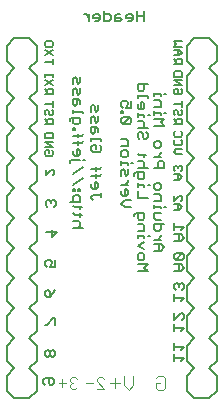
<source format=gbr>
G04 EAGLE Gerber RS-274X export*
G75*
%MOMM*%
%FSLAX34Y34*%
%LPD*%
%INSilkscreen Bottom*%
%IPPOS*%
%AMOC8*
5,1,8,0,0,1.08239X$1,22.5*%
G01*
%ADD10C,0.152400*%
%ADD11C,0.076200*%
%ADD12C,0.127000*%
%ADD13C,0.101600*%
%ADD14C,0.203200*%


D10*
X290068Y162764D02*
X295830Y162764D01*
X298711Y165646D01*
X295830Y168527D01*
X290068Y168527D01*
X294390Y168527D02*
X294390Y162764D01*
X295830Y172120D02*
X290068Y172120D01*
X292949Y172120D02*
X295830Y175001D01*
X295830Y176441D01*
X298711Y185678D02*
X290068Y185678D01*
X290068Y181356D01*
X291509Y179916D01*
X294390Y179916D01*
X295830Y181356D01*
X295830Y185678D01*
X295830Y189271D02*
X291509Y189271D01*
X290068Y190711D01*
X290068Y195033D01*
X295830Y195033D01*
X295830Y198626D02*
X295830Y200067D01*
X290068Y200067D01*
X290068Y201507D02*
X290068Y198626D01*
X298711Y200067D02*
X300152Y200067D01*
X295830Y204863D02*
X290068Y204863D01*
X295830Y204863D02*
X295830Y209184D01*
X294390Y210625D01*
X290068Y210625D01*
X290068Y215659D02*
X290068Y218540D01*
X291509Y219980D01*
X294390Y219980D01*
X295830Y218540D01*
X295830Y215659D01*
X294390Y214218D01*
X291509Y214218D01*
X290068Y215659D01*
X290068Y232928D02*
X298711Y232928D01*
X298711Y237250D01*
X297271Y238691D01*
X294390Y238691D01*
X292949Y237250D01*
X292949Y232928D01*
X290068Y242284D02*
X295830Y242284D01*
X292949Y242284D02*
X295830Y245165D01*
X295830Y246605D01*
X290068Y251520D02*
X290068Y254401D01*
X291509Y255842D01*
X294390Y255842D01*
X295830Y254401D01*
X295830Y251520D01*
X294390Y250080D01*
X291509Y250080D01*
X290068Y251520D01*
X290068Y268790D02*
X298711Y268790D01*
X295830Y271671D01*
X298711Y274552D01*
X290068Y274552D01*
X295830Y278145D02*
X295830Y279586D01*
X290068Y279586D01*
X290068Y281026D02*
X290068Y278145D01*
X298711Y279586D02*
X300152Y279586D01*
X295830Y284382D02*
X290068Y284382D01*
X295830Y284382D02*
X295830Y288704D01*
X294390Y290144D01*
X290068Y290144D01*
X295830Y293737D02*
X295830Y295178D01*
X290068Y295178D01*
X290068Y296618D02*
X290068Y293737D01*
X298711Y295178D02*
X300152Y295178D01*
X284741Y145437D02*
X276098Y145437D01*
X281860Y148318D02*
X284741Y145437D01*
X281860Y148318D02*
X284741Y151200D01*
X276098Y151200D01*
X276098Y156233D02*
X276098Y159114D01*
X277539Y160555D01*
X280420Y160555D01*
X281860Y159114D01*
X281860Y156233D01*
X280420Y154792D01*
X277539Y154792D01*
X276098Y156233D01*
X281860Y164148D02*
X276098Y167029D01*
X281860Y169910D01*
X281860Y173503D02*
X281860Y174943D01*
X276098Y174943D01*
X276098Y173503D02*
X276098Y176384D01*
X284741Y174943D02*
X286182Y174943D01*
X281860Y179740D02*
X276098Y179740D01*
X281860Y179740D02*
X281860Y184061D01*
X280420Y185502D01*
X276098Y185502D01*
X273217Y191976D02*
X273217Y193417D01*
X274657Y194857D01*
X281860Y194857D01*
X281860Y190535D01*
X280420Y189095D01*
X277539Y189095D01*
X276098Y190535D01*
X276098Y194857D01*
X276098Y207805D02*
X284741Y207805D01*
X276098Y207805D02*
X276098Y213567D01*
X281860Y217160D02*
X281860Y218601D01*
X276098Y218601D01*
X276098Y217160D02*
X276098Y220042D01*
X284741Y218601D02*
X286182Y218601D01*
X273217Y226278D02*
X273217Y227719D01*
X274657Y229159D01*
X281860Y229159D01*
X281860Y224838D01*
X280420Y223397D01*
X277539Y223397D01*
X276098Y224838D01*
X276098Y229159D01*
X276098Y232752D02*
X284741Y232752D01*
X281860Y234193D02*
X280420Y232752D01*
X281860Y234193D02*
X281860Y237074D01*
X280420Y238515D01*
X276098Y238515D01*
X277539Y243548D02*
X283301Y243548D01*
X277539Y243548D02*
X276098Y244989D01*
X281860Y244989D02*
X281860Y242108D01*
X284741Y262021D02*
X283301Y263462D01*
X284741Y262021D02*
X284741Y259140D01*
X283301Y257700D01*
X281860Y257700D01*
X280420Y259140D01*
X280420Y262021D01*
X278979Y263462D01*
X277539Y263462D01*
X276098Y262021D01*
X276098Y259140D01*
X277539Y257700D01*
X276098Y267055D02*
X284741Y267055D01*
X281860Y268495D02*
X280420Y267055D01*
X281860Y268495D02*
X281860Y271376D01*
X280420Y272817D01*
X276098Y272817D01*
X281860Y276410D02*
X281860Y277850D01*
X276098Y277850D01*
X276098Y276410D02*
X276098Y279291D01*
X284741Y277850D02*
X286182Y277850D01*
X276098Y284087D02*
X276098Y286968D01*
X276098Y284087D02*
X277539Y282647D01*
X280420Y282647D01*
X281860Y284087D01*
X281860Y286968D01*
X280420Y288409D01*
X278979Y288409D01*
X278979Y282647D01*
X284741Y292002D02*
X284741Y293442D01*
X276098Y293442D01*
X276098Y292002D02*
X276098Y294883D01*
X276098Y304001D02*
X284741Y304001D01*
X276098Y304001D02*
X276098Y299679D01*
X277539Y298239D01*
X280420Y298239D01*
X281860Y299679D01*
X281860Y304001D01*
X270771Y199858D02*
X265009Y199858D01*
X262128Y202739D01*
X265009Y205620D01*
X270771Y205620D01*
X262128Y210654D02*
X262128Y213535D01*
X262128Y210654D02*
X263569Y209213D01*
X266450Y209213D01*
X267890Y210654D01*
X267890Y213535D01*
X266450Y214975D01*
X265009Y214975D01*
X265009Y209213D01*
X262128Y218568D02*
X267890Y218568D01*
X265009Y218568D02*
X267890Y221450D01*
X267890Y222890D01*
X262128Y226364D02*
X262128Y230686D01*
X263569Y232127D01*
X265009Y230686D01*
X265009Y227805D01*
X266450Y226364D01*
X267890Y227805D01*
X267890Y232127D01*
X267890Y235720D02*
X267890Y237160D01*
X262128Y237160D01*
X262128Y235720D02*
X262128Y238601D01*
X270771Y237160D02*
X272212Y237160D01*
X262128Y243397D02*
X262128Y246278D01*
X263569Y247719D01*
X266450Y247719D01*
X267890Y246278D01*
X267890Y243397D01*
X266450Y241956D01*
X263569Y241956D01*
X262128Y243397D01*
X262128Y251312D02*
X267890Y251312D01*
X267890Y255633D01*
X266450Y257074D01*
X262128Y257074D01*
X263569Y270022D02*
X269331Y270022D01*
X270771Y271462D01*
X270771Y274344D01*
X269331Y275784D01*
X263569Y275784D01*
X262128Y274344D01*
X262128Y271462D01*
X263569Y270022D01*
X269331Y275784D01*
X263569Y279377D02*
X262128Y279377D01*
X263569Y279377D02*
X263569Y280818D01*
X262128Y280818D01*
X262128Y279377D01*
X270771Y284055D02*
X270771Y289817D01*
X270771Y284055D02*
X266450Y284055D01*
X267890Y286936D01*
X267890Y288376D01*
X266450Y289817D01*
X263569Y289817D01*
X262128Y288376D01*
X262128Y285495D01*
X263569Y284055D01*
X236728Y207246D02*
X238169Y205806D01*
X236728Y207246D02*
X236728Y208687D01*
X238169Y210127D01*
X245371Y210127D01*
X245371Y208687D02*
X245371Y211568D01*
X236728Y216601D02*
X236728Y219482D01*
X236728Y216601D02*
X238169Y215161D01*
X241050Y215161D01*
X242490Y216601D01*
X242490Y219482D01*
X241050Y220923D01*
X239609Y220923D01*
X239609Y215161D01*
X236728Y225957D02*
X243931Y225957D01*
X245371Y227397D01*
X241050Y227397D02*
X241050Y224516D01*
X243931Y232193D02*
X236728Y232193D01*
X243931Y232193D02*
X245371Y233634D01*
X241050Y233634D02*
X241050Y230753D01*
X245371Y250666D02*
X243931Y252107D01*
X245371Y250666D02*
X245371Y247785D01*
X243931Y246345D01*
X238169Y246345D01*
X236728Y247785D01*
X236728Y250666D01*
X238169Y252107D01*
X241050Y252107D01*
X241050Y249226D01*
X245371Y255700D02*
X245371Y257140D01*
X236728Y257140D01*
X236728Y255700D02*
X236728Y258581D01*
X242490Y263377D02*
X242490Y266258D01*
X241050Y267699D01*
X236728Y267699D01*
X236728Y263377D01*
X238169Y261937D01*
X239609Y263377D01*
X239609Y267699D01*
X236728Y271292D02*
X236728Y275614D01*
X238169Y277054D01*
X239609Y275614D01*
X239609Y272732D01*
X241050Y271292D01*
X242490Y272732D01*
X242490Y277054D01*
X236728Y280647D02*
X236728Y284969D01*
X238169Y286409D01*
X239609Y284969D01*
X239609Y282088D01*
X241050Y280647D01*
X242490Y282088D01*
X242490Y286409D01*
X230131Y182418D02*
X221488Y182418D01*
X225810Y182418D02*
X227250Y183858D01*
X227250Y186739D01*
X225810Y188180D01*
X221488Y188180D01*
X222929Y193213D02*
X228691Y193213D01*
X222929Y193213D02*
X221488Y194654D01*
X227250Y194654D02*
X227250Y191773D01*
X228691Y199450D02*
X222929Y199450D01*
X221488Y200891D01*
X227250Y200891D02*
X227250Y198010D01*
X227250Y204246D02*
X218607Y204246D01*
X227250Y204246D02*
X227250Y208568D01*
X225810Y210009D01*
X222929Y210009D01*
X221488Y208568D01*
X221488Y204246D01*
X227250Y213602D02*
X227250Y215042D01*
X225810Y215042D01*
X225810Y213602D01*
X227250Y213602D01*
X222929Y213602D02*
X222929Y215042D01*
X221488Y215042D01*
X221488Y213602D01*
X222929Y213602D01*
X221488Y218279D02*
X230131Y224041D01*
X230131Y233397D02*
X221488Y227634D01*
X218607Y236990D02*
X218607Y238430D01*
X220047Y239871D01*
X227250Y239871D01*
X230131Y239871D02*
X231572Y239871D01*
X221488Y244667D02*
X221488Y247548D01*
X221488Y244667D02*
X222929Y243226D01*
X225810Y243226D01*
X227250Y244667D01*
X227250Y247548D01*
X225810Y248989D01*
X224369Y248989D01*
X224369Y243226D01*
X221488Y254022D02*
X228691Y254022D01*
X230131Y255463D01*
X225810Y255463D02*
X225810Y252582D01*
X228691Y260259D02*
X221488Y260259D01*
X228691Y260259D02*
X230131Y261699D01*
X225810Y261699D02*
X225810Y258818D01*
X222929Y265055D02*
X221488Y265055D01*
X222929Y265055D02*
X222929Y266496D01*
X221488Y266496D01*
X221488Y265055D01*
X218607Y272614D02*
X218607Y274054D01*
X220047Y275495D01*
X227250Y275495D01*
X227250Y271173D01*
X225810Y269733D01*
X222929Y269733D01*
X221488Y271173D01*
X221488Y275495D01*
X230131Y279088D02*
X230131Y280528D01*
X221488Y280528D01*
X221488Y279088D02*
X221488Y281969D01*
X227250Y286765D02*
X227250Y289646D01*
X225810Y291087D01*
X221488Y291087D01*
X221488Y286765D01*
X222929Y285325D01*
X224369Y286765D01*
X224369Y291087D01*
X221488Y294680D02*
X221488Y299002D01*
X222929Y300442D01*
X224369Y299002D01*
X224369Y296120D01*
X225810Y294680D01*
X227250Y296120D01*
X227250Y300442D01*
X221488Y304035D02*
X221488Y308357D01*
X222929Y309797D01*
X224369Y308357D01*
X224369Y305476D01*
X225810Y304035D01*
X227250Y305476D01*
X227250Y309797D01*
X281648Y357378D02*
X281648Y366021D01*
X281648Y361700D02*
X275886Y361700D01*
X275886Y366021D02*
X275886Y357378D01*
X270852Y357378D02*
X267971Y357378D01*
X270852Y357378D02*
X272293Y358819D01*
X272293Y361700D01*
X270852Y363140D01*
X267971Y363140D01*
X266531Y361700D01*
X266531Y360259D01*
X272293Y360259D01*
X261497Y363140D02*
X258616Y363140D01*
X257175Y361700D01*
X257175Y357378D01*
X261497Y357378D01*
X262938Y358819D01*
X261497Y360259D01*
X257175Y360259D01*
X247820Y357378D02*
X247820Y366021D01*
X247820Y357378D02*
X252142Y357378D01*
X253582Y358819D01*
X253582Y361700D01*
X252142Y363140D01*
X247820Y363140D01*
X242787Y357378D02*
X239906Y357378D01*
X242787Y357378D02*
X244227Y358819D01*
X244227Y361700D01*
X242787Y363140D01*
X239906Y363140D01*
X238465Y361700D01*
X238465Y360259D01*
X244227Y360259D01*
X234872Y357378D02*
X234872Y363140D01*
X234872Y360259D02*
X231991Y363140D01*
X230550Y363140D01*
D11*
X241464Y46101D02*
X247734Y46101D01*
X241464Y52372D01*
X241464Y53939D01*
X243031Y55507D01*
X246167Y55507D01*
X247734Y53939D01*
X238379Y50804D02*
X232108Y50804D01*
X224874Y53939D02*
X223307Y55507D01*
X220171Y55507D01*
X218604Y53939D01*
X218604Y52372D01*
X220171Y50804D01*
X221739Y50804D01*
X220171Y50804D02*
X218604Y49236D01*
X218604Y47669D01*
X220171Y46101D01*
X223307Y46101D01*
X224874Y47669D01*
X215519Y50804D02*
X209248Y50804D01*
X212384Y53939D02*
X212384Y47669D01*
D12*
X204349Y322963D02*
X197485Y322963D01*
X204349Y320675D02*
X204349Y325251D01*
X204349Y328159D02*
X197485Y332735D01*
X197485Y328159D02*
X204349Y332735D01*
X204349Y336787D02*
X204349Y339075D01*
X204349Y336787D02*
X203205Y335643D01*
X198629Y335643D01*
X197485Y336787D01*
X197485Y339075D01*
X198629Y340219D01*
X203205Y340219D01*
X204349Y339075D01*
X204349Y295275D02*
X197485Y295275D01*
X204349Y295275D02*
X204349Y298707D01*
X203205Y299851D01*
X200917Y299851D01*
X199773Y298707D01*
X199773Y295275D01*
X199773Y297563D02*
X197485Y299851D01*
X204349Y302759D02*
X197485Y307335D01*
X197485Y302759D02*
X204349Y307335D01*
X197485Y310243D02*
X197485Y312531D01*
X197485Y311387D02*
X204349Y311387D01*
X204349Y310243D02*
X204349Y312531D01*
X204349Y269875D02*
X197485Y269875D01*
X204349Y269875D02*
X204349Y273307D01*
X203205Y274451D01*
X200917Y274451D01*
X199773Y273307D01*
X199773Y269875D01*
X199773Y272163D02*
X197485Y274451D01*
X204349Y280791D02*
X203205Y281935D01*
X204349Y280791D02*
X204349Y278503D01*
X203205Y277359D01*
X202061Y277359D01*
X200917Y278503D01*
X200917Y280791D01*
X199773Y281935D01*
X198629Y281935D01*
X197485Y280791D01*
X197485Y278503D01*
X198629Y277359D01*
X197485Y287131D02*
X204349Y287131D01*
X204349Y284843D02*
X204349Y289419D01*
X203205Y247781D02*
X204349Y246637D01*
X204349Y244349D01*
X203205Y243205D01*
X198629Y243205D01*
X197485Y244349D01*
X197485Y246637D01*
X198629Y247781D01*
X200917Y247781D01*
X200917Y245493D01*
X197485Y250689D02*
X204349Y250689D01*
X197485Y255265D01*
X204349Y255265D01*
X204349Y258173D02*
X197485Y258173D01*
X197485Y261605D01*
X198629Y262749D01*
X203205Y262749D01*
X204349Y261605D01*
X204349Y258173D01*
X198501Y231271D02*
X198501Y226695D01*
X203077Y231271D01*
X204221Y231271D01*
X205365Y230127D01*
X205365Y227839D01*
X204221Y226695D01*
D10*
X206763Y201593D02*
X205323Y200152D01*
X206763Y201593D02*
X206763Y204474D01*
X205323Y205914D01*
X203882Y205914D01*
X202442Y204474D01*
X202442Y203033D01*
X202442Y204474D02*
X201001Y205914D01*
X199561Y205914D01*
X198120Y204474D01*
X198120Y201593D01*
X199561Y200152D01*
X198882Y179074D02*
X207525Y179074D01*
X203204Y174752D01*
X203204Y180514D01*
X206255Y155114D02*
X206255Y149352D01*
X201934Y149352D01*
X203374Y152233D01*
X203374Y153674D01*
X201934Y155114D01*
X199053Y155114D01*
X197612Y153674D01*
X197612Y150793D01*
X199053Y149352D01*
X206255Y129714D02*
X204815Y126833D01*
X201934Y123952D01*
X199053Y123952D01*
X197612Y125393D01*
X197612Y128274D01*
X199053Y129714D01*
X200493Y129714D01*
X201934Y128274D01*
X201934Y123952D01*
X206255Y105584D02*
X206255Y99822D01*
X206255Y105584D02*
X204815Y105584D01*
X199053Y99822D01*
X197612Y99822D01*
X206255Y74593D02*
X204815Y73152D01*
X206255Y74593D02*
X206255Y77474D01*
X204815Y78914D01*
X203374Y78914D01*
X201934Y77474D01*
X200493Y78914D01*
X199053Y78914D01*
X197612Y77474D01*
X197612Y74593D01*
X199053Y73152D01*
X200493Y73152D01*
X201934Y74593D01*
X203374Y73152D01*
X204815Y73152D01*
X201934Y74593D02*
X201934Y77474D01*
X196342Y50463D02*
X197783Y49022D01*
X196342Y50463D02*
X196342Y53344D01*
X197783Y54784D01*
X203545Y54784D01*
X204985Y53344D01*
X204985Y50463D01*
X203545Y49022D01*
X202104Y49022D01*
X200664Y50463D01*
X200664Y54784D01*
D12*
X306705Y320675D02*
X313569Y320675D01*
X313569Y324107D01*
X312425Y325251D01*
X310137Y325251D01*
X308993Y324107D01*
X308993Y320675D01*
X308993Y322963D02*
X306705Y325251D01*
X306705Y328159D02*
X311281Y328159D01*
X313569Y330447D01*
X311281Y332735D01*
X306705Y332735D01*
X310137Y332735D02*
X310137Y328159D01*
X313569Y335643D02*
X306705Y335643D01*
X308993Y337931D01*
X306705Y340219D01*
X313569Y340219D01*
X312425Y299851D02*
X313569Y298707D01*
X313569Y296419D01*
X312425Y295275D01*
X307849Y295275D01*
X306705Y296419D01*
X306705Y298707D01*
X307849Y299851D01*
X310137Y299851D01*
X310137Y297563D01*
X306705Y302759D02*
X313569Y302759D01*
X306705Y307335D01*
X313569Y307335D01*
X313569Y310243D02*
X306705Y310243D01*
X306705Y313675D01*
X307849Y314819D01*
X312425Y314819D01*
X313569Y313675D01*
X313569Y310243D01*
X313569Y269875D02*
X306705Y269875D01*
X313569Y269875D02*
X313569Y273307D01*
X312425Y274451D01*
X310137Y274451D01*
X308993Y273307D01*
X308993Y269875D01*
X308993Y272163D02*
X306705Y274451D01*
X313569Y280791D02*
X312425Y281935D01*
X313569Y280791D02*
X313569Y278503D01*
X312425Y277359D01*
X311281Y277359D01*
X310137Y278503D01*
X310137Y280791D01*
X308993Y281935D01*
X307849Y281935D01*
X306705Y280791D01*
X306705Y278503D01*
X307849Y277359D01*
X306705Y287131D02*
X313569Y287131D01*
X313569Y284843D02*
X313569Y289419D01*
X313569Y244475D02*
X308993Y244475D01*
X306705Y246763D01*
X308993Y249051D01*
X313569Y249051D01*
X313569Y255391D02*
X312425Y256535D01*
X313569Y255391D02*
X313569Y253103D01*
X312425Y251959D01*
X307849Y251959D01*
X306705Y253103D01*
X306705Y255391D01*
X307849Y256535D01*
X313569Y262875D02*
X312425Y264019D01*
X313569Y262875D02*
X313569Y260587D01*
X312425Y259443D01*
X307849Y259443D01*
X306705Y260587D01*
X306705Y262875D01*
X307849Y264019D01*
X306705Y222885D02*
X311281Y222885D01*
X313569Y225173D01*
X311281Y227461D01*
X306705Y227461D01*
X310137Y227461D02*
X310137Y222885D01*
X312425Y230369D02*
X313569Y231513D01*
X313569Y233801D01*
X312425Y234945D01*
X311281Y234945D01*
X310137Y233801D01*
X310137Y232657D01*
X310137Y233801D02*
X308993Y234945D01*
X307849Y234945D01*
X306705Y233801D01*
X306705Y231513D01*
X307849Y230369D01*
X306705Y197485D02*
X311281Y197485D01*
X313569Y199773D01*
X311281Y202061D01*
X306705Y202061D01*
X310137Y202061D02*
X310137Y197485D01*
X306705Y204969D02*
X306705Y209545D01*
X306705Y204969D02*
X311281Y209545D01*
X312425Y209545D01*
X313569Y208401D01*
X313569Y206113D01*
X312425Y204969D01*
D10*
X312594Y170942D02*
X306832Y170942D01*
X312594Y170942D02*
X315475Y173823D01*
X312594Y176704D01*
X306832Y176704D01*
X311154Y176704D02*
X311154Y170942D01*
X312594Y180297D02*
X315475Y183178D01*
X306832Y183178D01*
X306832Y180297D02*
X306832Y186059D01*
X306832Y145542D02*
X312594Y145542D01*
X315475Y148423D01*
X312594Y151304D01*
X306832Y151304D01*
X311154Y151304D02*
X311154Y145542D01*
X308273Y154897D02*
X314035Y154897D01*
X315475Y156338D01*
X315475Y159219D01*
X314035Y160659D01*
X308273Y160659D01*
X306832Y159219D01*
X306832Y156338D01*
X308273Y154897D01*
X314035Y160659D01*
X315475Y123023D02*
X312594Y120142D01*
X315475Y123023D02*
X306832Y123023D01*
X306832Y120142D02*
X306832Y125904D01*
X314035Y129497D02*
X315475Y130938D01*
X315475Y133819D01*
X314035Y135259D01*
X312594Y135259D01*
X311154Y133819D01*
X311154Y132378D01*
X311154Y133819D02*
X309713Y135259D01*
X308273Y135259D01*
X306832Y133819D01*
X306832Y130938D01*
X308273Y129497D01*
X315475Y97623D02*
X312594Y94742D01*
X315475Y97623D02*
X306832Y97623D01*
X306832Y94742D02*
X306832Y100504D01*
X306832Y104097D02*
X306832Y109859D01*
X306832Y104097D02*
X312594Y109859D01*
X314035Y109859D01*
X315475Y108419D01*
X315475Y105538D01*
X314035Y104097D01*
X315475Y72223D02*
X312594Y69342D01*
X315475Y72223D02*
X306832Y72223D01*
X306832Y69342D02*
X306832Y75104D01*
X312594Y78697D02*
X315475Y81578D01*
X306832Y81578D01*
X306832Y78697D02*
X306832Y84459D01*
D13*
X272542Y56652D02*
X272542Y48856D01*
X268644Y44958D01*
X264746Y48856D01*
X264746Y56652D01*
X260848Y50805D02*
X253052Y50805D01*
X256950Y54703D02*
X256950Y46907D01*
X291416Y54703D02*
X293365Y56652D01*
X297263Y56652D01*
X299212Y54703D01*
X299212Y46907D01*
X297263Y44958D01*
X293365Y44958D01*
X291416Y46907D01*
X291416Y50805D01*
X295314Y50805D01*
D14*
X317500Y171450D02*
X317500Y184150D01*
X317500Y171450D02*
X323850Y165100D01*
X336550Y165100D02*
X342900Y171450D01*
X317500Y209550D02*
X323850Y215900D01*
X317500Y209550D02*
X317500Y196850D01*
X323850Y190500D01*
X336550Y190500D02*
X342900Y196850D01*
X342900Y209550D01*
X336550Y215900D01*
X323850Y190500D02*
X317500Y184150D01*
X336550Y190500D02*
X342900Y184150D01*
X342900Y171450D01*
X317500Y247650D02*
X317500Y260350D01*
X317500Y247650D02*
X323850Y241300D01*
X336550Y241300D02*
X342900Y247650D01*
X323850Y241300D02*
X317500Y234950D01*
X317500Y222250D01*
X323850Y215900D01*
X336550Y215900D02*
X342900Y222250D01*
X342900Y234950D01*
X336550Y241300D01*
X317500Y285750D02*
X323850Y292100D01*
X317500Y285750D02*
X317500Y273050D01*
X323850Y266700D01*
X336550Y266700D02*
X342900Y273050D01*
X342900Y285750D01*
X336550Y292100D01*
X323850Y266700D02*
X317500Y260350D01*
X336550Y266700D02*
X342900Y260350D01*
X342900Y247650D01*
X317500Y323850D02*
X317500Y336550D01*
X317500Y323850D02*
X323850Y317500D01*
X336550Y317500D02*
X342900Y323850D01*
X323850Y317500D02*
X317500Y311150D01*
X317500Y298450D01*
X323850Y292100D01*
X336550Y292100D02*
X342900Y298450D01*
X342900Y311150D01*
X336550Y317500D01*
X336550Y342900D02*
X323850Y342900D01*
X317500Y336550D01*
X336550Y342900D02*
X342900Y336550D01*
X342900Y323850D01*
X317500Y158750D02*
X317500Y146050D01*
X323850Y139700D01*
X336550Y139700D02*
X342900Y146050D01*
X323850Y165100D02*
X317500Y158750D01*
X336550Y165100D02*
X342900Y158750D01*
X342900Y146050D01*
X317500Y133350D02*
X317500Y120650D01*
X323850Y114300D01*
X336550Y114300D02*
X342900Y120650D01*
X323850Y139700D02*
X317500Y133350D01*
X336550Y139700D02*
X342900Y133350D01*
X342900Y120650D01*
X317500Y107950D02*
X317500Y95250D01*
X323850Y88900D01*
X336550Y88900D02*
X342900Y95250D01*
X323850Y114300D02*
X317500Y107950D01*
X336550Y114300D02*
X342900Y107950D01*
X342900Y95250D01*
X317500Y82550D02*
X317500Y69850D01*
X323850Y63500D01*
X336550Y63500D02*
X342900Y69850D01*
X323850Y88900D02*
X317500Y82550D01*
X336550Y88900D02*
X342900Y82550D01*
X342900Y69850D01*
X317500Y57150D02*
X317500Y44450D01*
X323850Y38100D01*
X336550Y38100D01*
X342900Y44450D01*
X323850Y63500D02*
X317500Y57150D01*
X336550Y63500D02*
X342900Y57150D01*
X342900Y44450D01*
X190500Y196850D02*
X190500Y209550D01*
X184150Y215900D01*
X171450Y215900D02*
X165100Y209550D01*
X190500Y171450D02*
X184150Y165100D01*
X190500Y171450D02*
X190500Y184150D01*
X184150Y190500D01*
X171450Y190500D02*
X165100Y184150D01*
X165100Y171450D01*
X171450Y165100D01*
X184150Y190500D02*
X190500Y196850D01*
X171450Y190500D02*
X165100Y196850D01*
X165100Y209550D01*
X190500Y133350D02*
X190500Y120650D01*
X190500Y133350D02*
X184150Y139700D01*
X171450Y139700D02*
X165100Y133350D01*
X184150Y139700D02*
X190500Y146050D01*
X190500Y158750D01*
X184150Y165100D01*
X171450Y165100D02*
X165100Y158750D01*
X165100Y146050D01*
X171450Y139700D01*
X190500Y95250D02*
X184150Y88900D01*
X190500Y95250D02*
X190500Y107950D01*
X184150Y114300D01*
X171450Y114300D02*
X165100Y107950D01*
X165100Y95250D01*
X171450Y88900D01*
X184150Y114300D02*
X190500Y120650D01*
X171450Y114300D02*
X165100Y120650D01*
X165100Y133350D01*
X190500Y57150D02*
X190500Y44450D01*
X190500Y57150D02*
X184150Y63500D01*
X171450Y63500D02*
X165100Y57150D01*
X184150Y63500D02*
X190500Y69850D01*
X190500Y82550D01*
X184150Y88900D01*
X171450Y88900D02*
X165100Y82550D01*
X165100Y69850D01*
X171450Y63500D01*
X171450Y38100D02*
X184150Y38100D01*
X190500Y44450D01*
X171450Y38100D02*
X165100Y44450D01*
X165100Y57150D01*
X190500Y222250D02*
X190500Y234950D01*
X184150Y241300D01*
X171450Y241300D02*
X165100Y234950D01*
X184150Y215900D02*
X190500Y222250D01*
X171450Y215900D02*
X165100Y222250D01*
X165100Y234950D01*
X190500Y247650D02*
X190500Y260350D01*
X184150Y266700D01*
X171450Y266700D02*
X165100Y260350D01*
X184150Y241300D02*
X190500Y247650D01*
X171450Y241300D02*
X165100Y247650D01*
X165100Y260350D01*
X190500Y273050D02*
X190500Y285750D01*
X184150Y292100D01*
X171450Y292100D02*
X165100Y285750D01*
X184150Y266700D02*
X190500Y273050D01*
X171450Y266700D02*
X165100Y273050D01*
X165100Y285750D01*
X190500Y298450D02*
X190500Y311150D01*
X184150Y317500D01*
X171450Y317500D02*
X165100Y311150D01*
X184150Y292100D02*
X190500Y298450D01*
X171450Y292100D02*
X165100Y298450D01*
X165100Y311150D01*
X190500Y323850D02*
X190500Y336550D01*
X184150Y342900D01*
X171450Y342900D01*
X165100Y336550D01*
X184150Y317500D02*
X190500Y323850D01*
X171450Y317500D02*
X165100Y323850D01*
X165100Y336550D01*
M02*

</source>
